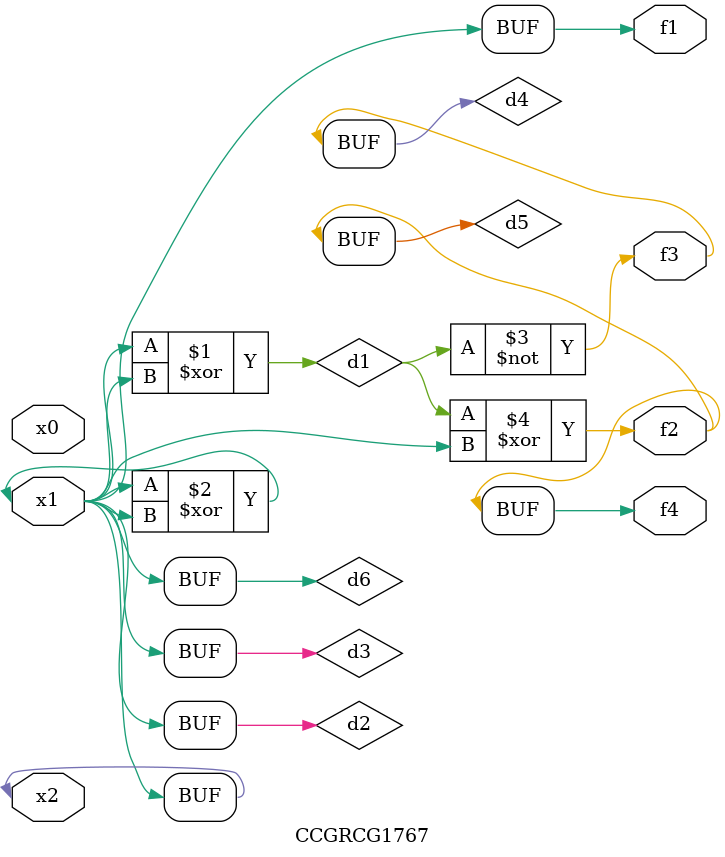
<source format=v>
module CCGRCG1767(
	input x0, x1, x2,
	output f1, f2, f3, f4
);

	wire d1, d2, d3, d4, d5, d6;

	xor (d1, x1, x2);
	buf (d2, x1, x2);
	xor (d3, x1, x2);
	nor (d4, d1);
	xor (d5, d1, d2);
	buf (d6, d2, d3);
	assign f1 = d6;
	assign f2 = d5;
	assign f3 = d4;
	assign f4 = d5;
endmodule

</source>
